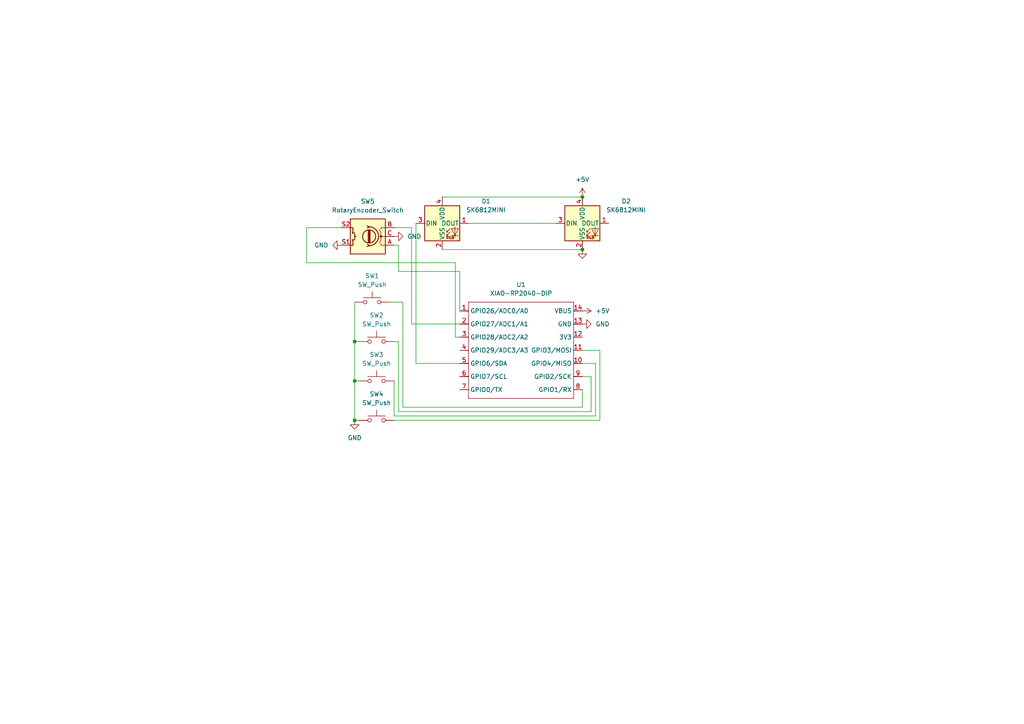
<source format=kicad_sch>
(kicad_sch (version 20250114) (generator "eeschema") (generator_version "9.0")
  (paper "A4")
  (lib_symbols
    (symbol "Device:RotaryEncoder_Switch" (pin_names (offset 0.254) (hide yes))
      (property "Reference" "SW" (at 0 6.604 0))
      (property "Value" "RotaryEncoder_Switch" (at 0 -6.604 0))
      (symbol "RotaryEncoder_Switch_0_1"
        (rectangle (start -5.08 5.08) (end 5.08 -5.08) (stroke (width 0.254)) (fill (type background)))
        (polyline (pts (xy -5.08 2.54) (xy -3.81 2.54) (xy -3.81 2.032)))
        (polyline (pts (xy -5.08 0) (xy -3.81 0) (xy -3.81 -1.016) (xy -3.302 -2.032)))
        (polyline (pts (xy -5.08 -2.54) (xy -3.81 -2.54) (xy -3.81 -2.032)))
        (polyline (pts (xy -4.318 0) (xy -3.81 0) (xy -3.81 1.016) (xy -3.302 2.032)))
        (circle (center -3.81 0) (radius 0.254) (fill (type outline)))
        (polyline (pts (xy -0.635 -1.778) (xy -0.635 1.778)) (stroke (width 0.254)))
        (circle (center -0.381 0) (radius 1.905) (stroke (width 0.254)))
        (polyline (pts (xy -0.381 -1.778) (xy -0.381 1.778)) (stroke (width 0.254)))
        (arc (start -0.381 -2.794) (mid -3.0988 -0.0635) (end -0.381 2.667) (stroke (width 0.254)))
        (polyline (pts (xy -0.127 1.778) (xy -0.127 -1.778)) (stroke (width 0.254)))
        (polyline (pts (xy 0.254 2.921) (xy -0.508 2.667) (xy 0.127 2.286)) (stroke (width 0.254)))
        (polyline (pts (xy 0.254 -3.048) (xy -0.508 -2.794) (xy 0.127 -2.413)) (stroke (width 0.254)))
        (polyline (pts (xy 3.81 1.016) (xy 3.81 -1.016)) (stroke (width 0.254)))
        (polyline (pts (xy 3.81 0) (xy 3.429 0)) (stroke (width 0.254)))
        (circle (center 4.318 1.016) (radius 0.127) (stroke (width 0.254)))
        (circle (center 4.318 -1.016) (radius 0.127) (stroke (width 0.254)))
        (polyline (pts (xy 5.08 2.54) (xy 4.318 2.54) (xy 4.318 1.016)) (stroke (width 0.254)))
        (polyline (pts (xy 5.08 -2.54) (xy 4.318 -2.54) (xy 4.318 -1.016)) (stroke (width 0.254)))
      )
      (symbol "RotaryEncoder_Switch_1_1"
        (pin passive line (at -7.62 2.54 0) (length 2.54) (name "A") (number "A"))
        (pin passive line (at -7.62 0 0) (length 2.54) (name "C") (number "C"))
        (pin passive line (at -7.62 -2.54 0) (length 2.54) (name "B") (number "B"))
        (pin passive line (at 7.62 2.54 180) (length 2.54) (name "S1") (number "S1"))
        (pin passive line (at 7.62 -2.54 180) (length 2.54) (name "S2") (number "S2"))
      )
    )
    (symbol "LED:SK6812MINI" (pin_names (offset 0.254))
      (property "Reference" "D" (at 5.08 5.715 0))
      (property "Value" "SK6812MINI" (at 1.27 -5.715 0))
      (symbol "SK6812MINI_0_0"
        (text "RGB" (at 2.286 -4.191 0) (effects (font (size 0.762 0.762))))
      )
      (symbol "SK6812MINI_0_1"
        (polyline (pts (xy 1.27 -2.54) (xy 1.778 -2.54)))
        (polyline (pts (xy 1.27 -3.556) (xy 1.778 -3.556)))
        (polyline (pts (xy 2.286 -1.524) (xy 1.27 -2.54) (xy 1.27 -2.032)))
        (polyline (pts (xy 2.286 -2.54) (xy 1.27 -3.556) (xy 1.27 -3.048)))
        (polyline (pts (xy 3.683 -1.016) (xy 3.683 -3.556) (xy 3.683 -4.064)))
        (polyline (pts (xy 4.699 -1.524) (xy 2.667 -1.524) (xy 3.683 -3.556) (xy 4.699 -1.524)))
        (polyline (pts (xy 4.699 -3.556) (xy 2.667 -3.556)))
        (rectangle (start 5.08 5.08) (end -5.08 -5.08) (stroke (width 0.254)) (fill (type background)))
      )
      (symbol "SK6812MINI_1_1"
        (pin input line (at -7.62 0 0) (length 2.54) (name "DIN") (number "3"))
        (pin power_in line (at 0 7.62 270) (length 2.54) (name "VDD") (number "4"))
        (pin power_in line (at 0 -7.62 90) (length 2.54) (name "VSS") (number "2"))
        (pin output line (at 7.62 0 180) (length 2.54) (name "DOUT") (number "1"))
      )
    )
    (symbol "Switch:SW_Push" (pin_numbers (hide yes)) (pin_names (offset 1.016) (hide yes))
      (property "Reference" "SW" (at 1.27 2.54 0))
      (property "Value" "SW_Push" (at 0 -1.524 0))
      (symbol "SW_Push_0_1"
        (circle (center -2.032 0) (radius 0.508))
        (polyline (pts (xy 0 1.27) (xy 0 3.048)))
        (circle (center 2.032 0) (radius 0.508))
        (polyline (pts (xy 2.54 1.27) (xy -2.54 1.27)))
        (pin passive line (at -5.08 0 0) (length 2.54) (name "1") (number "1"))
        (pin passive line (at 5.08 0 180) (length 2.54) (name "2") (number "2"))
      )
    )
    (symbol "hackpad:XIAO-RP2040-DIP"
      (property "Reference" "U" (at 0 0 0))
      (property "Value" "XIAO-RP2040-DIP" (at 5.334 -1.778 0))
      (symbol "XIAO-RP2040-DIP_1_0"
        (polyline (pts (xy -1.27 -2.54) (xy 29.21 -2.54)) (stroke (width 0.1524)))
        (polyline (pts (xy -1.27 -5.08) (xy -2.54 -5.08)) (stroke (width 0.1524)))
        (polyline (pts (xy -1.27 -5.08) (xy -1.27 -2.54)) (stroke (width 0.1524)))
        (polyline (pts (xy -1.27 -8.89) (xy -2.54 -8.89)) (stroke (width 0.1524)))
        (polyline (pts (xy -1.27 -8.89) (xy -1.27 -5.08)) (stroke (width 0.1524)))
        (polyline (pts (xy -1.27 -12.7) (xy -2.54 -12.7)) (stroke (width 0.1524)))
        (polyline (pts (xy -1.27 -12.7) (xy -1.27 -8.89)) (stroke (width 0.1524)))
        (polyline (pts (xy -1.27 -16.51) (xy -2.54 -16.51)) (stroke (width 0.1524)))
        (polyline (pts (xy -1.27 -16.51) (xy -1.27 -12.7)) (stroke (width 0.1524)))
        (polyline (pts (xy -1.27 -20.32) (xy -2.54 -20.32)) (stroke (width 0.1524)))
        (polyline (pts (xy -1.27 -24.13) (xy -2.54 -24.13)) (stroke (width 0.1524)))
        (polyline (pts (xy -1.27 -27.94) (xy -2.54 -27.94)) (stroke (width 0.1524)))
        (polyline (pts (xy -1.27 -30.48) (xy -1.27 -16.51)) (stroke (width 0.1524)))
        (polyline (pts (xy 29.21 -2.54) (xy 29.21 -5.08)) (stroke (width 0.1524)))
        (polyline (pts (xy 29.21 -5.08) (xy 29.21 -8.89)) (stroke (width 0.1524)))
        (polyline (pts (xy 29.21 -8.89) (xy 29.21 -12.7)) (stroke (width 0.1524)))
        (polyline (pts (xy 29.21 -12.7) (xy 29.21 -30.48)) (stroke (width 0.1524)))
        (polyline (pts (xy 29.21 -30.48) (xy -1.27 -30.48)) (stroke (width 0.1524)))
        (polyline (pts (xy 30.48 -5.08) (xy 29.21 -5.08)) (stroke (width 0.1524)))
        (polyline (pts (xy 30.48 -8.89) (xy 29.21 -8.89)) (stroke (width 0.1524)))
        (polyline (pts (xy 30.48 -12.7) (xy 29.21 -12.7)) (stroke (width 0.1524)))
        (polyline (pts (xy 30.48 -16.51) (xy 29.21 -16.51)) (stroke (width 0.1524)))
        (polyline (pts (xy 30.48 -20.32) (xy 29.21 -20.32)) (stroke (width 0.1524)))
        (polyline (pts (xy 30.48 -24.13) (xy 29.21 -24.13)) (stroke (width 0.1524)))
        (polyline (pts (xy 30.48 -27.94) (xy 29.21 -27.94)) (stroke (width 0.1524)))
        (pin passive line (at -3.81 -5.08 0) (length 2.54) (name "GPIO26/ADC0/A0") (number "1"))
        (pin passive line (at -3.81 -8.89 0) (length 2.54) (name "GPIO27/ADC1/A1") (number "2"))
        (pin passive line (at -3.81 -12.7 0) (length 2.54) (name "GPIO28/ADC2/A2") (number "3"))
        (pin passive line (at -3.81 -16.51 0) (length 2.54) (name "GPIO29/ADC3/A3") (number "4"))
        (pin passive line (at -3.81 -20.32 0) (length 2.54) (name "GPIO6/SDA") (number "5"))
        (pin passive line (at -3.81 -24.13 0) (length 2.54) (name "GPIO7/SCL") (number "6"))
        (pin passive line (at -3.81 -27.94 0) (length 2.54) (name "GPIO0/TX") (number "7"))
        (pin passive line (at 31.75 -5.08 180) (length 2.54) (name "VBUS") (number "14"))
        (pin passive line (at 31.75 -8.89 180) (length 2.54) (name "GND") (number "13"))
        (pin passive line (at 31.75 -12.7 180) (length 2.54) (name "3V3") (number "12"))
        (pin passive line (at 31.75 -16.51 180) (length 2.54) (name "GPIO3/MOSI") (number "11"))
        (pin passive line (at 31.75 -20.32 180) (length 2.54) (name "GPIO4/MISO") (number "10"))
        (pin passive line (at 31.75 -24.13 180) (length 2.54) (name "GPIO2/SCK") (number "9"))
        (pin passive line (at 31.75 -27.94 180) (length 2.54) (name "GPIO1/RX") (number "8"))
      )
    )
    (symbol "power:+5V" (power) (pin_numbers (hide yes)) (pin_names (offset 0) (hide yes))
      (property "Value" "+5V" (at 0 3.556 0))
      (symbol "+5V_0_1"
        (polyline (pts (xy -0.762 1.27) (xy 0 2.54)))
        (polyline (pts (xy 0 2.54) (xy 0.762 1.27)))
        (polyline (pts (xy 0 0) (xy 0 2.54)))
      )
      (symbol "+5V_1_1"
        (pin power_in line (at 0 0 90) (length 0) (name "~") (number "1"))
      )
    )
    (symbol "power:GND" (power) (pin_numbers (hide yes)) (pin_names (offset 0) (hide yes))
      (property "Value" "GND" (at 0 -3.81 0))
      (symbol "GND_0_1"
        (polyline (pts (xy 0 0) (xy 0 -1.27) (xy 1.27 -1.27) (xy 0 -2.54) (xy -1.27 -1.27) (xy 0 -1.27)))
      )
      (symbol "GND_1_1"
        (pin power_in line (at 0 0 270) (length 0) (name "~") (number "1"))
      )
    )
  )
  (junction (at 102.87 121.92))
  (junction (at 102.87 110.49))
  (junction (at 168.91 57.15))
  (junction (at 102.87 99.06))
  (junction (at 168.91 72.39))
  (wire (pts (xy 173.99 121.92) (xy 114.3 121.92)))
  (wire (pts (xy 119.38 66.04) (xy 119.38 93.98)))
  (wire (pts (xy 88.9 76.2) (xy 132.08 76.2)))
  (wire (pts (xy 88.9 66.04) (xy 88.9 76.2)))
  (wire (pts (xy 114.3 66.04) (xy 119.38 66.04)))
  (wire (pts (xy 173.99 101.6) (xy 173.99 121.92)))
  (wire (pts (xy 116.84 118.11) (xy 116.84 87.63)))
  (wire (pts (xy 128.27 57.15) (xy 168.91 57.15)))
  (wire (pts (xy 168.91 113.03) (xy 168.91 118.11)))
  (wire (pts (xy 168.91 105.41) (xy 172.72 105.41)))
  (wire (pts (xy 99.06 66.04) (xy 88.9 66.04)))
  (wire (pts (xy 120.65 64.77) (xy 120.65 105.41)))
  (wire (pts (xy 135.89 64.77) (xy 161.29 64.77)))
  (wire (pts (xy 102.87 121.92) (xy 104.14 121.92)))
  (wire (pts (xy 102.87 110.49) (xy 102.87 121.92)))
  (wire (pts (xy 171.45 109.22) (xy 171.45 119.38)))
  (wire (pts (xy 168.91 101.6) (xy 173.99 101.6)))
  (wire (pts (xy 171.45 119.38) (xy 115.57 119.38)))
  (wire (pts (xy 133.35 90.17) (xy 133.35 78.74)))
  (wire (pts (xy 115.57 99.06) (xy 114.3 99.06)))
  (wire (pts (xy 132.08 97.79) (xy 133.35 97.79)))
  (wire (pts (xy 168.91 109.22) (xy 171.45 109.22)))
  (wire (pts (xy 133.35 78.74) (xy 115.57 78.74)))
  (wire (pts (xy 133.35 105.41) (xy 120.65 105.41)))
  (wire (pts (xy 102.87 99.06) (xy 104.14 99.06)))
  (wire (pts (xy 172.72 105.41) (xy 172.72 120.65)))
  (wire (pts (xy 102.87 87.63) (xy 102.87 99.06)))
  (wire (pts (xy 115.57 119.38) (xy 115.57 99.06)))
  (wire (pts (xy 172.72 120.65) (xy 114.3 120.65)))
  (wire (pts (xy 132.08 76.2) (xy 132.08 97.79)))
  (wire (pts (xy 114.3 120.65) (xy 114.3 110.49)))
  (wire (pts (xy 114.3 71.12) (xy 115.57 71.12)))
  (wire (pts (xy 115.57 78.74) (xy 115.57 71.12)))
  (wire (pts (xy 102.87 99.06) (xy 102.87 110.49)))
  (wire (pts (xy 128.27 72.39) (xy 168.91 72.39)))
  (wire (pts (xy 168.91 118.11) (xy 116.84 118.11)))
  (wire (pts (xy 102.87 110.49) (xy 104.14 110.49)))
  (wire (pts (xy 119.38 93.98) (xy 133.35 93.98)))
  (wire (pts (xy 116.84 87.63) (xy 113.03 87.63)))
  (symbol (lib_id "Switch:SW_Push") (at 109.22 110.49 0) (unit 1)
    (property "Reference" "SW3" (at 109.22 102.87 0))
    (property "Value" "SW_Push" (at 109.22 105.41 0))
    (property "Footprint" "Button_Switch_Keyboard:SW_Cherry_MX_1.00u_PCB" (effects (hide yes)))
    (property "Description" "Push button switch, generic, two pins" (effects (hide yes)))
  )
  (symbol (lib_id "power:GND") (at 99.06 71.12 270) (unit 1)
    (property "Reference" "#PWR07" (effects (hide yes)))
    (property "Value" "GND" (at 95.25 71.1199 90) (effects (justify right)))
    (property "Description" "Power symbol creates a global label with name \"GND\" , ground" (effects (hide yes)))
  )
  (symbol (lib_id "power:GND") (at 168.91 93.98 90) (unit 1)
    (property "Reference" "#PWR06" (effects (hide yes)))
    (property "Value" "GND" (at 172.72 93.9799 90) (effects (justify right)))
    (property "Description" "Power symbol creates a global label with name \"GND\" , ground" (effects (hide yes)))
  )
  (symbol (lib_id "power:GND") (at 102.87 121.92 0) (unit 1)
    (property "Reference" "#PWR01" (effects (hide yes)))
    (property "Value" "GND" (at 102.87 127 0))
    (property "Description" "Power symbol creates a global label with name \"GND\" , ground" (effects (hide yes)))
  )
  (symbol (lib_id "Switch:SW_Push") (at 109.22 121.92 0) (unit 1)
    (property "Reference" "SW4" (at 109.22 114.3 0))
    (property "Value" "SW_Push" (at 109.22 116.84 0))
    (property "Footprint" "Button_Switch_Keyboard:SW_Cherry_MX_1.00u_PCB" (effects (hide yes)))
    (property "Description" "Push button switch, generic, two pins" (effects (hide yes)))
  )
  (symbol (lib_id "LED:SK6812MINI") (at 168.91 64.77 0) (unit 1)
    (property "Reference" "D2" (at 181.61 58.3498 0))
    (property "Value" "SK6812MINI" (at 181.61 60.8898 0))
    (property "Footprint" "LED_SMD:LED_SK6812MINI_PLCC4_3.5x3.5mm_P1.75mm" (effects (hide yes)))
    (property "Datasheet" "https://cdn-shop.adafruit.com/product-files/2686/SK6812MINI_REV.01-1-2.pdf" (effects (hide yes)))
    (property "Description" "RGB LED with integrated controller" (effects (hide yes)))
  )
  (symbol (lib_id "power:GND") (at 114.3 68.58 90) (unit 1)
    (property "Reference" "#PWR05" (effects (hide yes)))
    (property "Value" "GND" (at 118.11 68.5799 90) (effects (justify right)))
    (property "Description" "Power symbol creates a global label with name \"GND\" , ground" (effects (hide yes)))
  )
  (symbol (lib_id "Switch:SW_Push") (at 109.22 99.06 0) (unit 1)
    (property "Reference" "SW2" (at 109.22 91.44 0))
    (property "Value" "SW_Push" (at 109.22 93.98 0))
    (property "Footprint" "Button_Switch_Keyboard:SW_Cherry_MX_1.00u_PCB" (effects (hide yes)))
    (property "Description" "Push button switch, generic, two pins" (effects (hide yes)))
  )
  (symbol (lib_id "hackpad:XIAO-RP2040-DIP") (at 137.16 85.09 0) (unit 1)
    (property "Reference" "U1" (at 151.13 82.55 0))
    (property "Value" "XIAO-RP2040-DIP" (at 151.13 85.09 0))
    (property "Footprint" "hackpad:XIAO-RP2040-DIP" (effects (hide yes)))
  )
  (symbol (lib_id "LED:SK6812MINI") (at 128.27 64.77 0) (unit 1)
    (property "Reference" "D1" (at 140.97 58.3498 0))
    (property "Value" "SK6812MINI" (at 140.97 60.8898 0))
    (property "Footprint" "LED_SMD:LED_SK6812MINI_PLCC4_3.5x3.5mm_P1.75mm" (effects (hide yes)))
    (property "Datasheet" "https://cdn-shop.adafruit.com/product-files/2686/SK6812MINI_REV.01-1-2.pdf" (effects (hide yes)))
    (property "Description" "RGB LED with integrated controller" (effects (hide yes)))
  )
  (symbol (lib_id "power:GND") (at 168.91 72.39 0) (unit 1)
    (property "Reference" "#PWR03" (effects (hide yes)))
    (property "Value" "GND" (effects (hide yes)))
    (property "Description" "Power symbol creates a global label with name \"GND\" , ground" (effects (hide yes)))
  )
  (symbol (lib_id "Switch:SW_Push") (at 107.95 87.63 0) (unit 1)
    (property "Reference" "SW1" (at 107.95 80.01 0))
    (property "Value" "SW_Push" (at 107.95 82.55 0))
    (property "Footprint" "Button_Switch_Keyboard:SW_Cherry_MX_1.00u_PCB" (effects (hide yes)))
    (property "Description" "Push button switch, generic, two pins" (effects (hide yes)))
  )
  (symbol (lib_id "power:+5V") (at 168.91 57.15 0) (unit 1)
    (property "Reference" "#PWR04" (effects (hide yes)))
    (property "Value" "+5V" (at 168.91 52.07 0))
    (property "Description" "Power symbol creates a global label with name \"+5V\"" (effects (hide yes)))
  )
  (symbol (lib_id "Device:RotaryEncoder_Switch") (at 106.68 68.58 180) (unit 1)
    (property "Reference" "SW5" (at 106.68 58.42 0))
    (property "Value" "RotaryEncoder_Switch" (at 106.68 60.96 0))
    (property "Footprint" "Rotary_Encoder:RotaryEncoder_Alps_EC11E-Switch_Vertical_H20mm" (effects (hide yes)))
    (property "Description" "Rotary encoder, dual channel, incremental quadrate outputs, with switch" (effects (hide yes)))
  )
  (symbol (lib_id "power:+5V") (at 168.91 90.17 270) (unit 1)
    (property "Reference" "#PWR02" (effects (hide yes)))
    (property "Value" "+5V" (at 172.72 90.1699 90) (effects (justify left)))
    (property "Description" "Power symbol creates a global label with name \"+5V\"" (effects (hide yes)))
  )
)
</source>
